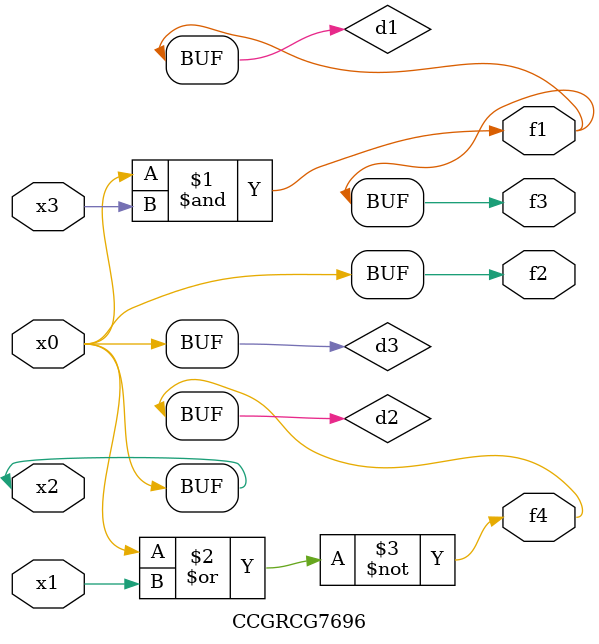
<source format=v>
module CCGRCG7696(
	input x0, x1, x2, x3,
	output f1, f2, f3, f4
);

	wire d1, d2, d3;

	and (d1, x2, x3);
	nor (d2, x0, x1);
	buf (d3, x0, x2);
	assign f1 = d1;
	assign f2 = d3;
	assign f3 = d1;
	assign f4 = d2;
endmodule

</source>
